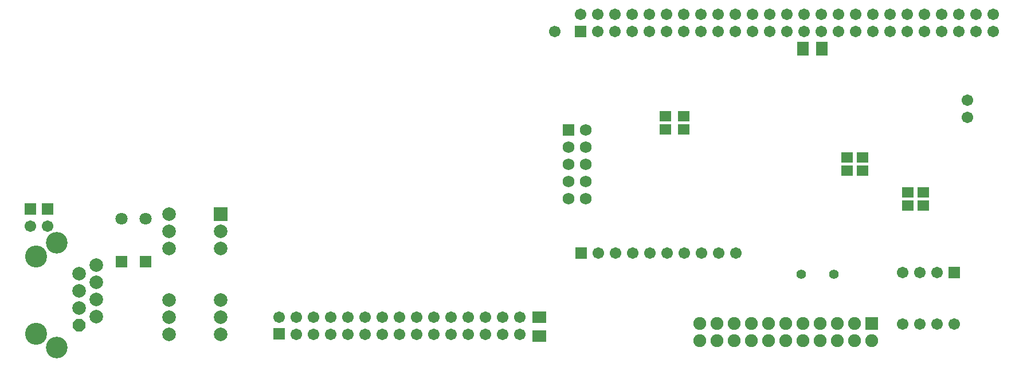
<source format=gbs>
G04 DipTrace 3.0.0.1*
G04 Falc-eth.GBS*
%MOMM*%
G04 #@! TF.FileFunction,Soldermask,Bot*
G04 #@! TF.Part,Single*
%AMOUTLINE1*5,1,8,0,0,2.01995,-202.49903*%
%ADD51C,3.25*%
%ADD60C,1.4224*%
%ADD65R,2.0032X2.0032*%
%ADD66C,1.7018*%
%ADD67C,1.9032*%
%ADD68R,1.9032X1.9032*%
%ADD69C,1.7032*%
%ADD70R,1.7272X1.7272*%
%ADD71C,1.7272*%
%ADD72C,3.2032*%
%ADD73C,2.0032*%
%ADD74C,1.7032*%
%ADD75R,1.7032X1.7032*%
%ADD76R,1.7132X1.7132*%
%ADD77C,1.7132*%
%ADD78R,1.8032X1.8032*%
%ADD79C,1.8032*%
%ADD81R,1.8032X2.0032*%
%ADD82R,2.0032X1.8032*%
%ADD83R,1.7032X1.5032*%
%ADD88OUTLINE1*%
%FSLAX35Y35*%
G04*
G71*
G90*
G75*
G01*
G04 BotMask*
%LPD*%
D83*
X14551660Y3382260D3*
Y3572260D3*
X13649960Y4087880D3*
Y3897880D3*
D82*
X8874760Y1724660D3*
Y1444660D3*
D83*
X13421360Y4086860D3*
Y3896860D3*
D81*
X12773360Y5699760D3*
X13053360D3*
D83*
X10741660Y4696460D3*
Y4506460D3*
X11008360Y4696460D3*
Y4506460D3*
D79*
X3058160Y3185160D3*
D78*
Y2550160D3*
D83*
X14323060Y3382260D3*
Y3572260D3*
D79*
X2702560Y3185160D3*
D78*
Y2550160D3*
D77*
X1356360Y3070860D3*
D76*
Y3324860D3*
D77*
X1610360Y3070860D3*
D76*
Y3324860D3*
D75*
X9484440Y5953080D3*
D74*
Y6207080D3*
X9738440Y5953080D3*
Y6207080D3*
X9992440Y5953080D3*
Y6207080D3*
X10246440Y5953080D3*
Y6207080D3*
X10500440Y5953080D3*
Y6207080D3*
X10754440Y5953080D3*
Y6207080D3*
X11008440Y5953080D3*
Y6207080D3*
X11262440Y5953080D3*
Y6207080D3*
X11516440Y5953080D3*
Y6207080D3*
X11770440Y5953080D3*
Y6207080D3*
X12024440Y5953080D3*
Y6207080D3*
X12278440Y5953080D3*
Y6207080D3*
X12532440Y5953080D3*
Y6207080D3*
X12786440Y5953080D3*
Y6207080D3*
X13040440Y5953080D3*
Y6207080D3*
X13294440Y5953080D3*
Y6207080D3*
X13548440Y5953080D3*
Y6207080D3*
X13802440Y5953080D3*
Y6207080D3*
X14056440Y5953080D3*
Y6207080D3*
X14310440Y5953080D3*
Y6207080D3*
X14564440Y5953080D3*
Y6207080D3*
X14818440Y5953080D3*
Y6207080D3*
X15072440Y5953080D3*
Y6207080D3*
X15326440Y5953080D3*
Y6207080D3*
X15580440Y5953080D3*
Y6207080D3*
D75*
X5031740Y1478280D3*
D74*
X5030740Y1731280D3*
X5284740Y1477280D3*
Y1731280D3*
X5538740Y1477280D3*
Y1731280D3*
X5792740Y1477280D3*
Y1731280D3*
X6046740Y1477280D3*
Y1731280D3*
X6300740Y1477280D3*
Y1731280D3*
X6554740Y1477280D3*
Y1731280D3*
X6808740Y1477280D3*
Y1731280D3*
X7062740Y1477280D3*
Y1731280D3*
X7316740Y1477280D3*
Y1731280D3*
X7570740Y1477280D3*
Y1731280D3*
X7824740Y1477280D3*
Y1731280D3*
X8078740Y1477280D3*
Y1731280D3*
X8332740Y1477280D3*
Y1731280D3*
X8586740Y1477280D3*
Y1731280D3*
D88*
X2079680Y1610360D3*
D73*
X2333680Y1737390D3*
X2079680Y1864390D3*
X2333680Y1991390D3*
X2079680Y2118390D3*
X2333680Y2245390D3*
X2079680Y2372390D3*
X2333680Y2499360D3*
D72*
X1749680Y1280360D3*
Y2829360D3*
D51*
X1444680Y1483360D3*
Y2626360D3*
D71*
X9560560Y3477260D3*
X9306560D3*
Y3731260D3*
X9560560D3*
X9306560Y3985260D3*
X9560560D3*
X9306560Y4239260D3*
X9560560D3*
Y4493260D3*
D70*
X9306560D3*
D75*
X9497060Y2677160D3*
D74*
X9751060D3*
X10005060D3*
X10259060D3*
X10513060D3*
X10767060D3*
X11021060D3*
X11275060D3*
X11529060D3*
X11783060D3*
D69*
X15199360Y4937760D3*
Y4683760D3*
D68*
X13789660Y1635760D3*
D67*
Y1381760D3*
X13535660Y1635760D3*
Y1381760D3*
X13281660Y1635760D3*
Y1381760D3*
X13027660Y1635760D3*
Y1381760D3*
X12773660Y1635760D3*
Y1381760D3*
X12519660Y1635760D3*
Y1381760D3*
X12265660Y1635760D3*
Y1381760D3*
X12011660Y1635760D3*
Y1381760D3*
X11757660Y1635760D3*
Y1381760D3*
X11503660Y1635760D3*
Y1381760D3*
X11249660Y1635760D3*
Y1381760D3*
D66*
X9103360Y5953760D3*
D65*
X4168520Y3248660D3*
D73*
Y2994660D3*
Y2740660D3*
Y1978660D3*
Y1724660D3*
Y1470660D3*
X3406520D3*
Y1724660D3*
Y1978660D3*
Y2740660D3*
Y2994660D3*
Y3248660D3*
D75*
X15008860Y2385060D3*
D74*
X14754860D3*
X14500860D3*
X14246860D3*
Y1623060D3*
X14500860D3*
X14754860D3*
X15008860D3*
D60*
X12748260Y2359660D3*
X13230860D3*
M02*

</source>
